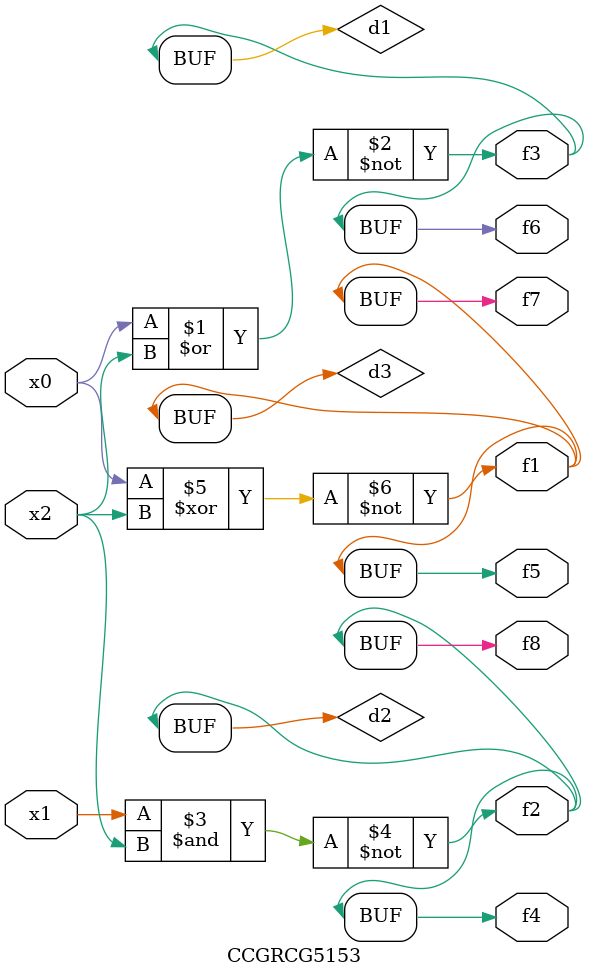
<source format=v>
module CCGRCG5153(
	input x0, x1, x2,
	output f1, f2, f3, f4, f5, f6, f7, f8
);

	wire d1, d2, d3;

	nor (d1, x0, x2);
	nand (d2, x1, x2);
	xnor (d3, x0, x2);
	assign f1 = d3;
	assign f2 = d2;
	assign f3 = d1;
	assign f4 = d2;
	assign f5 = d3;
	assign f6 = d1;
	assign f7 = d3;
	assign f8 = d2;
endmodule

</source>
